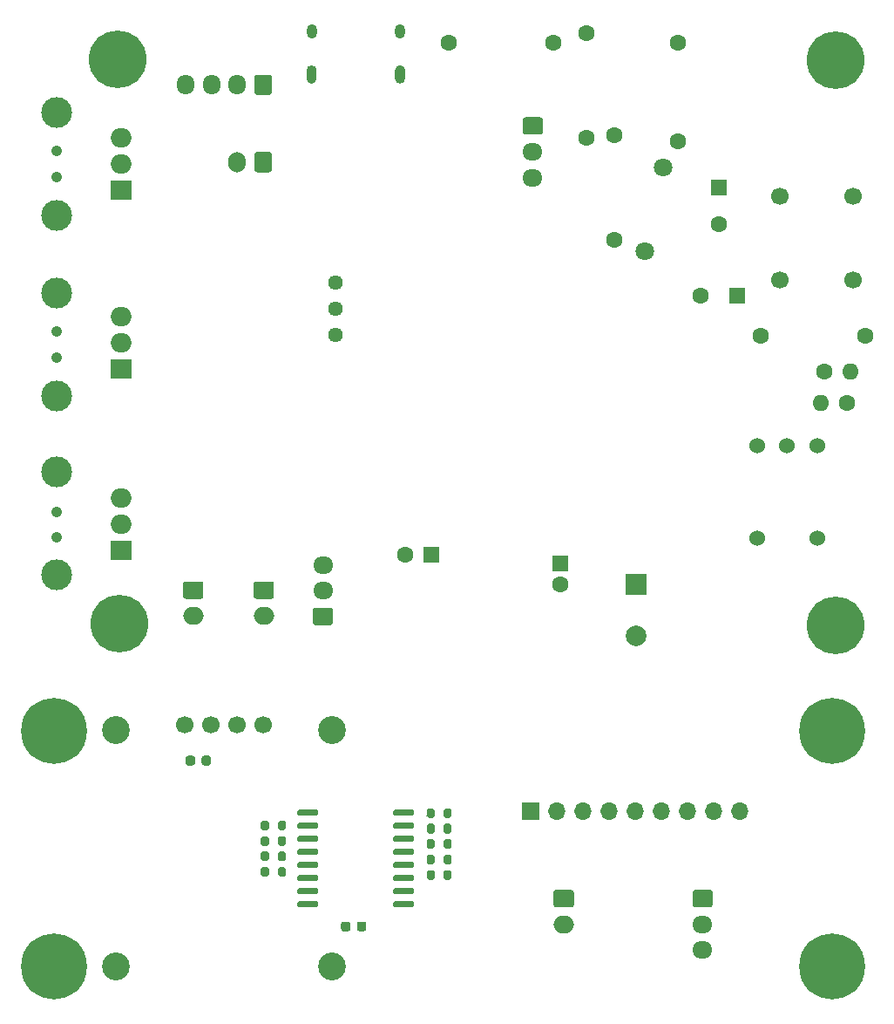
<source format=gbs>
G04 #@! TF.GenerationSoftware,KiCad,Pcbnew,(5.1.9-13-g2d491f9cbd)-1*
G04 #@! TF.CreationDate,2021-06-08T14:19:33+02:00*
G04 #@! TF.ProjectId,Load,4c6f6164-2e6b-4696-9361-645f70636258,rev?*
G04 #@! TF.SameCoordinates,Original*
G04 #@! TF.FileFunction,Soldermask,Bot*
G04 #@! TF.FilePolarity,Negative*
%FSLAX46Y46*%
G04 Gerber Fmt 4.6, Leading zero omitted, Abs format (unit mm)*
G04 Created by KiCad (PCBNEW (5.1.9-13-g2d491f9cbd)-1) date 2021-06-08 14:19:33*
%MOMM*%
%LPD*%
G01*
G04 APERTURE LIST*
%ADD10C,1.524000*%
%ADD11O,1.600000X1.600000*%
%ADD12C,1.600000*%
%ADD13O,2.000000X1.700000*%
%ADD14O,1.950000X1.700000*%
%ADD15O,1.700000X2.000000*%
%ADD16O,1.700000X1.950000*%
%ADD17C,1.800000*%
%ADD18C,1.440000*%
%ADD19O,2.000000X1.905000*%
%ADD20R,2.000000X1.905000*%
%ADD21O,1.700000X1.700000*%
%ADD22R,1.700000X1.700000*%
%ADD23C,6.400000*%
%ADD24R,1.600000X1.600000*%
%ADD25C,2.000000*%
%ADD26R,2.000000X2.000000*%
%ADD27C,1.050000*%
%ADD28C,1.700000*%
%ADD29C,3.000000*%
%ADD30O,1.000000X1.400000*%
%ADD31C,2.700000*%
%ADD32C,5.600000*%
G04 APERTURE END LIST*
D10*
X81197000Y-44718000D03*
X84118000Y-44718000D03*
X87039000Y-44718000D03*
X87039000Y-53713000D03*
X81197000Y-53713000D03*
D11*
X90297000Y-37463000D03*
D12*
X87757000Y-37463000D03*
D11*
X87376000Y-40563000D03*
D12*
X89916000Y-40563000D03*
X51238000Y-5563000D03*
X61398000Y-5563000D03*
G36*
G01*
X49893000Y-84588000D02*
X49893000Y-85138000D01*
G75*
G02*
X49693000Y-85338000I-200000J0D01*
G01*
X49293000Y-85338000D01*
G75*
G02*
X49093000Y-85138000I0J200000D01*
G01*
X49093000Y-84588000D01*
G75*
G02*
X49293000Y-84388000I200000J0D01*
G01*
X49693000Y-84388000D01*
G75*
G02*
X49893000Y-84588000I0J-200000D01*
G01*
G37*
G36*
G01*
X51543000Y-84588000D02*
X51543000Y-85138000D01*
G75*
G02*
X51343000Y-85338000I-200000J0D01*
G01*
X50943000Y-85338000D01*
G75*
G02*
X50743000Y-85138000I0J200000D01*
G01*
X50743000Y-84588000D01*
G75*
G02*
X50943000Y-84388000I200000J0D01*
G01*
X51343000Y-84388000D01*
G75*
G02*
X51543000Y-84588000I0J-200000D01*
G01*
G37*
G36*
G01*
X49893000Y-81588000D02*
X49893000Y-82138000D01*
G75*
G02*
X49693000Y-82338000I-200000J0D01*
G01*
X49293000Y-82338000D01*
G75*
G02*
X49093000Y-82138000I0J200000D01*
G01*
X49093000Y-81588000D01*
G75*
G02*
X49293000Y-81388000I200000J0D01*
G01*
X49693000Y-81388000D01*
G75*
G02*
X49893000Y-81588000I0J-200000D01*
G01*
G37*
G36*
G01*
X51543000Y-81588000D02*
X51543000Y-82138000D01*
G75*
G02*
X51343000Y-82338000I-200000J0D01*
G01*
X50943000Y-82338000D01*
G75*
G02*
X50743000Y-82138000I0J200000D01*
G01*
X50743000Y-81588000D01*
G75*
G02*
X50943000Y-81388000I200000J0D01*
G01*
X51343000Y-81388000D01*
G75*
G02*
X51543000Y-81588000I0J-200000D01*
G01*
G37*
G36*
G01*
X49893000Y-80088000D02*
X49893000Y-80638000D01*
G75*
G02*
X49693000Y-80838000I-200000J0D01*
G01*
X49293000Y-80838000D01*
G75*
G02*
X49093000Y-80638000I0J200000D01*
G01*
X49093000Y-80088000D01*
G75*
G02*
X49293000Y-79888000I200000J0D01*
G01*
X49693000Y-79888000D01*
G75*
G02*
X49893000Y-80088000I0J-200000D01*
G01*
G37*
G36*
G01*
X51543000Y-80088000D02*
X51543000Y-80638000D01*
G75*
G02*
X51343000Y-80838000I-200000J0D01*
G01*
X50943000Y-80838000D01*
G75*
G02*
X50743000Y-80638000I0J200000D01*
G01*
X50743000Y-80088000D01*
G75*
G02*
X50943000Y-79888000I200000J0D01*
G01*
X51343000Y-79888000D01*
G75*
G02*
X51543000Y-80088000I0J-200000D01*
G01*
G37*
G36*
G01*
X49893000Y-83088000D02*
X49893000Y-83638000D01*
G75*
G02*
X49693000Y-83838000I-200000J0D01*
G01*
X49293000Y-83838000D01*
G75*
G02*
X49093000Y-83638000I0J200000D01*
G01*
X49093000Y-83088000D01*
G75*
G02*
X49293000Y-82888000I200000J0D01*
G01*
X49693000Y-82888000D01*
G75*
G02*
X49893000Y-83088000I0J-200000D01*
G01*
G37*
G36*
G01*
X51543000Y-83088000D02*
X51543000Y-83638000D01*
G75*
G02*
X51343000Y-83838000I-200000J0D01*
G01*
X50943000Y-83838000D01*
G75*
G02*
X50743000Y-83638000I0J200000D01*
G01*
X50743000Y-83088000D01*
G75*
G02*
X50943000Y-82888000I200000J0D01*
G01*
X51343000Y-82888000D01*
G75*
G02*
X51543000Y-83088000I0J-200000D01*
G01*
G37*
G36*
G01*
X49893000Y-86088000D02*
X49893000Y-86638000D01*
G75*
G02*
X49693000Y-86838000I-200000J0D01*
G01*
X49293000Y-86838000D01*
G75*
G02*
X49093000Y-86638000I0J200000D01*
G01*
X49093000Y-86088000D01*
G75*
G02*
X49293000Y-85888000I200000J0D01*
G01*
X49693000Y-85888000D01*
G75*
G02*
X49893000Y-86088000I0J-200000D01*
G01*
G37*
G36*
G01*
X51543000Y-86088000D02*
X51543000Y-86638000D01*
G75*
G02*
X51343000Y-86838000I-200000J0D01*
G01*
X50943000Y-86838000D01*
G75*
G02*
X50743000Y-86638000I0J200000D01*
G01*
X50743000Y-86088000D01*
G75*
G02*
X50943000Y-85888000I200000J0D01*
G01*
X51343000Y-85888000D01*
G75*
G02*
X51543000Y-86088000I0J-200000D01*
G01*
G37*
D13*
X33274000Y-61213000D03*
G36*
G01*
X32524000Y-57863000D02*
X34024000Y-57863000D01*
G75*
G02*
X34274000Y-58113000I0J-250000D01*
G01*
X34274000Y-59313000D01*
G75*
G02*
X34024000Y-59563000I-250000J0D01*
G01*
X32524000Y-59563000D01*
G75*
G02*
X32274000Y-59313000I0J250000D01*
G01*
X32274000Y-58113000D01*
G75*
G02*
X32524000Y-57863000I250000J0D01*
G01*
G37*
G36*
G01*
X39743000Y-62113000D02*
X38293000Y-62113000D01*
G75*
G02*
X38043000Y-61863000I0J250000D01*
G01*
X38043000Y-60663000D01*
G75*
G02*
X38293000Y-60413000I250000J0D01*
G01*
X39743000Y-60413000D01*
G75*
G02*
X39993000Y-60663000I0J-250000D01*
G01*
X39993000Y-61863000D01*
G75*
G02*
X39743000Y-62113000I-250000J0D01*
G01*
G37*
D14*
X39018000Y-58763000D03*
X39018000Y-56263000D03*
D15*
X30718000Y-17163000D03*
G36*
G01*
X34068000Y-16413000D02*
X34068000Y-17913000D01*
G75*
G02*
X33818000Y-18163000I-250000J0D01*
G01*
X32618000Y-18163000D01*
G75*
G02*
X32368000Y-17913000I0J250000D01*
G01*
X32368000Y-16413000D01*
G75*
G02*
X32618000Y-16163000I250000J0D01*
G01*
X33818000Y-16163000D01*
G75*
G02*
X34068000Y-16413000I0J-250000D01*
G01*
G37*
D16*
X25718000Y-9663000D03*
X28218000Y-9663000D03*
X30718000Y-9663000D03*
G36*
G01*
X34068000Y-8938000D02*
X34068000Y-10388000D01*
G75*
G02*
X33818000Y-10638000I-250000J0D01*
G01*
X32618000Y-10638000D01*
G75*
G02*
X32368000Y-10388000I0J250000D01*
G01*
X32368000Y-8938000D01*
G75*
G02*
X32618000Y-8688000I250000J0D01*
G01*
X33818000Y-8688000D01*
G75*
G02*
X34068000Y-8938000I0J-250000D01*
G01*
G37*
G36*
G01*
X45843000Y-89358000D02*
X45843000Y-89058000D01*
G75*
G02*
X45993000Y-88908000I150000J0D01*
G01*
X47743000Y-88908000D01*
G75*
G02*
X47893000Y-89058000I0J-150000D01*
G01*
X47893000Y-89358000D01*
G75*
G02*
X47743000Y-89508000I-150000J0D01*
G01*
X45993000Y-89508000D01*
G75*
G02*
X45843000Y-89358000I0J150000D01*
G01*
G37*
G36*
G01*
X45843000Y-88088000D02*
X45843000Y-87788000D01*
G75*
G02*
X45993000Y-87638000I150000J0D01*
G01*
X47743000Y-87638000D01*
G75*
G02*
X47893000Y-87788000I0J-150000D01*
G01*
X47893000Y-88088000D01*
G75*
G02*
X47743000Y-88238000I-150000J0D01*
G01*
X45993000Y-88238000D01*
G75*
G02*
X45843000Y-88088000I0J150000D01*
G01*
G37*
G36*
G01*
X45843000Y-86818000D02*
X45843000Y-86518000D01*
G75*
G02*
X45993000Y-86368000I150000J0D01*
G01*
X47743000Y-86368000D01*
G75*
G02*
X47893000Y-86518000I0J-150000D01*
G01*
X47893000Y-86818000D01*
G75*
G02*
X47743000Y-86968000I-150000J0D01*
G01*
X45993000Y-86968000D01*
G75*
G02*
X45843000Y-86818000I0J150000D01*
G01*
G37*
G36*
G01*
X45843000Y-85548000D02*
X45843000Y-85248000D01*
G75*
G02*
X45993000Y-85098000I150000J0D01*
G01*
X47743000Y-85098000D01*
G75*
G02*
X47893000Y-85248000I0J-150000D01*
G01*
X47893000Y-85548000D01*
G75*
G02*
X47743000Y-85698000I-150000J0D01*
G01*
X45993000Y-85698000D01*
G75*
G02*
X45843000Y-85548000I0J150000D01*
G01*
G37*
G36*
G01*
X45843000Y-84278000D02*
X45843000Y-83978000D01*
G75*
G02*
X45993000Y-83828000I150000J0D01*
G01*
X47743000Y-83828000D01*
G75*
G02*
X47893000Y-83978000I0J-150000D01*
G01*
X47893000Y-84278000D01*
G75*
G02*
X47743000Y-84428000I-150000J0D01*
G01*
X45993000Y-84428000D01*
G75*
G02*
X45843000Y-84278000I0J150000D01*
G01*
G37*
G36*
G01*
X45843000Y-83008000D02*
X45843000Y-82708000D01*
G75*
G02*
X45993000Y-82558000I150000J0D01*
G01*
X47743000Y-82558000D01*
G75*
G02*
X47893000Y-82708000I0J-150000D01*
G01*
X47893000Y-83008000D01*
G75*
G02*
X47743000Y-83158000I-150000J0D01*
G01*
X45993000Y-83158000D01*
G75*
G02*
X45843000Y-83008000I0J150000D01*
G01*
G37*
G36*
G01*
X45843000Y-81738000D02*
X45843000Y-81438000D01*
G75*
G02*
X45993000Y-81288000I150000J0D01*
G01*
X47743000Y-81288000D01*
G75*
G02*
X47893000Y-81438000I0J-150000D01*
G01*
X47893000Y-81738000D01*
G75*
G02*
X47743000Y-81888000I-150000J0D01*
G01*
X45993000Y-81888000D01*
G75*
G02*
X45843000Y-81738000I0J150000D01*
G01*
G37*
G36*
G01*
X45843000Y-80468000D02*
X45843000Y-80168000D01*
G75*
G02*
X45993000Y-80018000I150000J0D01*
G01*
X47743000Y-80018000D01*
G75*
G02*
X47893000Y-80168000I0J-150000D01*
G01*
X47893000Y-80468000D01*
G75*
G02*
X47743000Y-80618000I-150000J0D01*
G01*
X45993000Y-80618000D01*
G75*
G02*
X45843000Y-80468000I0J150000D01*
G01*
G37*
G36*
G01*
X36543000Y-80468000D02*
X36543000Y-80168000D01*
G75*
G02*
X36693000Y-80018000I150000J0D01*
G01*
X38443000Y-80018000D01*
G75*
G02*
X38593000Y-80168000I0J-150000D01*
G01*
X38593000Y-80468000D01*
G75*
G02*
X38443000Y-80618000I-150000J0D01*
G01*
X36693000Y-80618000D01*
G75*
G02*
X36543000Y-80468000I0J150000D01*
G01*
G37*
G36*
G01*
X36543000Y-81738000D02*
X36543000Y-81438000D01*
G75*
G02*
X36693000Y-81288000I150000J0D01*
G01*
X38443000Y-81288000D01*
G75*
G02*
X38593000Y-81438000I0J-150000D01*
G01*
X38593000Y-81738000D01*
G75*
G02*
X38443000Y-81888000I-150000J0D01*
G01*
X36693000Y-81888000D01*
G75*
G02*
X36543000Y-81738000I0J150000D01*
G01*
G37*
G36*
G01*
X36543000Y-83008000D02*
X36543000Y-82708000D01*
G75*
G02*
X36693000Y-82558000I150000J0D01*
G01*
X38443000Y-82558000D01*
G75*
G02*
X38593000Y-82708000I0J-150000D01*
G01*
X38593000Y-83008000D01*
G75*
G02*
X38443000Y-83158000I-150000J0D01*
G01*
X36693000Y-83158000D01*
G75*
G02*
X36543000Y-83008000I0J150000D01*
G01*
G37*
G36*
G01*
X36543000Y-84278000D02*
X36543000Y-83978000D01*
G75*
G02*
X36693000Y-83828000I150000J0D01*
G01*
X38443000Y-83828000D01*
G75*
G02*
X38593000Y-83978000I0J-150000D01*
G01*
X38593000Y-84278000D01*
G75*
G02*
X38443000Y-84428000I-150000J0D01*
G01*
X36693000Y-84428000D01*
G75*
G02*
X36543000Y-84278000I0J150000D01*
G01*
G37*
G36*
G01*
X36543000Y-85548000D02*
X36543000Y-85248000D01*
G75*
G02*
X36693000Y-85098000I150000J0D01*
G01*
X38443000Y-85098000D01*
G75*
G02*
X38593000Y-85248000I0J-150000D01*
G01*
X38593000Y-85548000D01*
G75*
G02*
X38443000Y-85698000I-150000J0D01*
G01*
X36693000Y-85698000D01*
G75*
G02*
X36543000Y-85548000I0J150000D01*
G01*
G37*
G36*
G01*
X36543000Y-86818000D02*
X36543000Y-86518000D01*
G75*
G02*
X36693000Y-86368000I150000J0D01*
G01*
X38443000Y-86368000D01*
G75*
G02*
X38593000Y-86518000I0J-150000D01*
G01*
X38593000Y-86818000D01*
G75*
G02*
X38443000Y-86968000I-150000J0D01*
G01*
X36693000Y-86968000D01*
G75*
G02*
X36543000Y-86818000I0J150000D01*
G01*
G37*
G36*
G01*
X36543000Y-88088000D02*
X36543000Y-87788000D01*
G75*
G02*
X36693000Y-87638000I150000J0D01*
G01*
X38443000Y-87638000D01*
G75*
G02*
X38593000Y-87788000I0J-150000D01*
G01*
X38593000Y-88088000D01*
G75*
G02*
X38443000Y-88238000I-150000J0D01*
G01*
X36693000Y-88238000D01*
G75*
G02*
X36543000Y-88088000I0J150000D01*
G01*
G37*
G36*
G01*
X36543000Y-89358000D02*
X36543000Y-89058000D01*
G75*
G02*
X36693000Y-88908000I150000J0D01*
G01*
X38443000Y-88908000D01*
G75*
G02*
X38593000Y-89058000I0J-150000D01*
G01*
X38593000Y-89358000D01*
G75*
G02*
X38443000Y-89508000I-150000J0D01*
G01*
X36693000Y-89508000D01*
G75*
G02*
X36543000Y-89358000I0J150000D01*
G01*
G37*
D17*
X70329000Y-25827000D03*
X72107000Y-17699000D03*
D18*
X40268000Y-28883000D03*
X40268000Y-31423000D03*
X40268000Y-33963000D03*
D19*
X19418000Y-14783000D03*
X19418000Y-17323000D03*
D20*
X19418000Y-19863000D03*
D19*
X19418000Y-49783000D03*
X19418000Y-52323000D03*
D20*
X19418000Y-54863000D03*
D13*
X26416000Y-61213000D03*
G36*
G01*
X25666000Y-57863000D02*
X27166000Y-57863000D01*
G75*
G02*
X27416000Y-58113000I0J-250000D01*
G01*
X27416000Y-59313000D01*
G75*
G02*
X27166000Y-59563000I-250000J0D01*
G01*
X25666000Y-59563000D01*
G75*
G02*
X25416000Y-59313000I0J250000D01*
G01*
X25416000Y-58113000D01*
G75*
G02*
X25666000Y-57863000I250000J0D01*
G01*
G37*
D21*
X79538000Y-80163000D03*
X76998000Y-80163000D03*
X74458000Y-80163000D03*
X71918000Y-80163000D03*
X69378000Y-80163000D03*
X66838000Y-80163000D03*
X64298000Y-80163000D03*
X61758000Y-80163000D03*
D22*
X59218000Y-80163000D03*
G36*
G01*
X75193000Y-87813000D02*
X76643000Y-87813000D01*
G75*
G02*
X76893000Y-88063000I0J-250000D01*
G01*
X76893000Y-89263000D01*
G75*
G02*
X76643000Y-89513000I-250000J0D01*
G01*
X75193000Y-89513000D01*
G75*
G02*
X74943000Y-89263000I0J250000D01*
G01*
X74943000Y-88063000D01*
G75*
G02*
X75193000Y-87813000I250000J0D01*
G01*
G37*
D14*
X75918000Y-91163000D03*
X75918000Y-93663000D03*
D23*
X88518000Y-95263000D03*
X88518000Y-72363000D03*
X12918000Y-95263000D03*
X12918000Y-72363000D03*
D12*
X62103000Y-58134000D03*
D24*
X62103000Y-56134000D03*
D25*
X69469000Y-63163000D03*
D26*
X69469000Y-58163000D03*
D12*
X91698000Y-34063000D03*
X81538000Y-34063000D03*
X75748000Y-30099000D03*
D24*
X79248000Y-30099000D03*
D12*
X77518000Y-23163000D03*
D24*
X77518000Y-19663000D03*
D12*
X73518000Y-15112800D03*
X73518000Y-5613200D03*
X67318000Y-14583000D03*
X67318000Y-24743000D03*
X64618000Y-4683000D03*
X64618000Y-14843000D03*
G36*
G01*
X27243000Y-75513000D02*
X27243000Y-75013000D01*
G75*
G02*
X27468000Y-74788000I225000J0D01*
G01*
X27918000Y-74788000D01*
G75*
G02*
X28143000Y-75013000I0J-225000D01*
G01*
X28143000Y-75513000D01*
G75*
G02*
X27918000Y-75738000I-225000J0D01*
G01*
X27468000Y-75738000D01*
G75*
G02*
X27243000Y-75513000I0J225000D01*
G01*
G37*
G36*
G01*
X25693000Y-75513000D02*
X25693000Y-75013000D01*
G75*
G02*
X25918000Y-74788000I225000J0D01*
G01*
X26368000Y-74788000D01*
G75*
G02*
X26593000Y-75013000I0J-225000D01*
G01*
X26593000Y-75513000D01*
G75*
G02*
X26368000Y-75738000I-225000J0D01*
G01*
X25918000Y-75738000D01*
G75*
G02*
X25693000Y-75513000I0J225000D01*
G01*
G37*
G36*
G01*
X42343000Y-91613000D02*
X42343000Y-91113000D01*
G75*
G02*
X42568000Y-90888000I225000J0D01*
G01*
X43018000Y-90888000D01*
G75*
G02*
X43243000Y-91113000I0J-225000D01*
G01*
X43243000Y-91613000D01*
G75*
G02*
X43018000Y-91838000I-225000J0D01*
G01*
X42568000Y-91838000D01*
G75*
G02*
X42343000Y-91613000I0J225000D01*
G01*
G37*
G36*
G01*
X40793000Y-91613000D02*
X40793000Y-91113000D01*
G75*
G02*
X41018000Y-90888000I225000J0D01*
G01*
X41468000Y-90888000D01*
G75*
G02*
X41693000Y-91113000I0J-225000D01*
G01*
X41693000Y-91613000D01*
G75*
G02*
X41468000Y-91838000I-225000J0D01*
G01*
X41018000Y-91838000D01*
G75*
G02*
X40793000Y-91613000I0J225000D01*
G01*
G37*
X47030000Y-55245000D03*
D24*
X49530000Y-55245000D03*
D27*
X13118000Y-18613000D03*
X13118000Y-16113000D03*
X13118000Y-36113000D03*
X13118000Y-33613000D03*
X13118000Y-53613000D03*
X13118000Y-51113000D03*
G36*
G01*
X34643000Y-81838000D02*
X34643000Y-81288000D01*
G75*
G02*
X34843000Y-81088000I200000J0D01*
G01*
X35243000Y-81088000D01*
G75*
G02*
X35443000Y-81288000I0J-200000D01*
G01*
X35443000Y-81838000D01*
G75*
G02*
X35243000Y-82038000I-200000J0D01*
G01*
X34843000Y-82038000D01*
G75*
G02*
X34643000Y-81838000I0J200000D01*
G01*
G37*
G36*
G01*
X32993000Y-81838000D02*
X32993000Y-81288000D01*
G75*
G02*
X33193000Y-81088000I200000J0D01*
G01*
X33593000Y-81088000D01*
G75*
G02*
X33793000Y-81288000I0J-200000D01*
G01*
X33793000Y-81838000D01*
G75*
G02*
X33593000Y-82038000I-200000J0D01*
G01*
X33193000Y-82038000D01*
G75*
G02*
X32993000Y-81838000I0J200000D01*
G01*
G37*
D19*
X19418000Y-32183000D03*
X19418000Y-34723000D03*
D20*
X19418000Y-37263000D03*
D28*
X90574000Y-28627000D03*
X90574000Y-20499000D03*
X83462000Y-20499000D03*
X83462000Y-28627000D03*
G36*
G01*
X58693000Y-12813000D02*
X60143000Y-12813000D01*
G75*
G02*
X60393000Y-13063000I0J-250000D01*
G01*
X60393000Y-14263000D01*
G75*
G02*
X60143000Y-14513000I-250000J0D01*
G01*
X58693000Y-14513000D01*
G75*
G02*
X58443000Y-14263000I0J250000D01*
G01*
X58443000Y-13063000D01*
G75*
G02*
X58693000Y-12813000I250000J0D01*
G01*
G37*
D14*
X59418000Y-16163000D03*
X59418000Y-18663000D03*
D13*
X62418000Y-91163000D03*
G36*
G01*
X61668000Y-87813000D02*
X63168000Y-87813000D01*
G75*
G02*
X63418000Y-88063000I0J-250000D01*
G01*
X63418000Y-89263000D01*
G75*
G02*
X63168000Y-89513000I-250000J0D01*
G01*
X61668000Y-89513000D01*
G75*
G02*
X61418000Y-89263000I0J250000D01*
G01*
X61418000Y-88063000D01*
G75*
G02*
X61668000Y-87813000I250000J0D01*
G01*
G37*
D29*
X13118000Y-12359200D03*
X13118000Y-22366800D03*
G36*
G01*
X34643000Y-83338000D02*
X34643000Y-82788000D01*
G75*
G02*
X34843000Y-82588000I200000J0D01*
G01*
X35243000Y-82588000D01*
G75*
G02*
X35443000Y-82788000I0J-200000D01*
G01*
X35443000Y-83338000D01*
G75*
G02*
X35243000Y-83538000I-200000J0D01*
G01*
X34843000Y-83538000D01*
G75*
G02*
X34643000Y-83338000I0J200000D01*
G01*
G37*
G36*
G01*
X32993000Y-83338000D02*
X32993000Y-82788000D01*
G75*
G02*
X33193000Y-82588000I200000J0D01*
G01*
X33593000Y-82588000D01*
G75*
G02*
X33793000Y-82788000I0J-200000D01*
G01*
X33793000Y-83338000D01*
G75*
G02*
X33593000Y-83538000I-200000J0D01*
G01*
X33193000Y-83538000D01*
G75*
G02*
X32993000Y-83338000I0J200000D01*
G01*
G37*
G36*
G01*
X34643000Y-84838000D02*
X34643000Y-84288000D01*
G75*
G02*
X34843000Y-84088000I200000J0D01*
G01*
X35243000Y-84088000D01*
G75*
G02*
X35443000Y-84288000I0J-200000D01*
G01*
X35443000Y-84838000D01*
G75*
G02*
X35243000Y-85038000I-200000J0D01*
G01*
X34843000Y-85038000D01*
G75*
G02*
X34643000Y-84838000I0J200000D01*
G01*
G37*
G36*
G01*
X32993000Y-84838000D02*
X32993000Y-84288000D01*
G75*
G02*
X33193000Y-84088000I200000J0D01*
G01*
X33593000Y-84088000D01*
G75*
G02*
X33793000Y-84288000I0J-200000D01*
G01*
X33793000Y-84838000D01*
G75*
G02*
X33593000Y-85038000I-200000J0D01*
G01*
X33193000Y-85038000D01*
G75*
G02*
X32993000Y-84838000I0J200000D01*
G01*
G37*
G36*
G01*
X34643000Y-86338000D02*
X34643000Y-85788000D01*
G75*
G02*
X34843000Y-85588000I200000J0D01*
G01*
X35243000Y-85588000D01*
G75*
G02*
X35443000Y-85788000I0J-200000D01*
G01*
X35443000Y-86338000D01*
G75*
G02*
X35243000Y-86538000I-200000J0D01*
G01*
X34843000Y-86538000D01*
G75*
G02*
X34643000Y-86338000I0J200000D01*
G01*
G37*
G36*
G01*
X32993000Y-86338000D02*
X32993000Y-85788000D01*
G75*
G02*
X33193000Y-85588000I200000J0D01*
G01*
X33593000Y-85588000D01*
G75*
G02*
X33793000Y-85788000I0J-200000D01*
G01*
X33793000Y-86338000D01*
G75*
G02*
X33593000Y-86538000I-200000J0D01*
G01*
X33193000Y-86538000D01*
G75*
G02*
X32993000Y-86338000I0J200000D01*
G01*
G37*
D30*
X46518000Y-4463000D03*
G36*
G01*
X47018000Y-8263000D02*
X47018000Y-9063000D01*
G75*
G02*
X46518000Y-9563000I-500000J0D01*
G01*
X46518000Y-9563000D01*
G75*
G02*
X46018000Y-9063000I0J500000D01*
G01*
X46018000Y-8263000D01*
G75*
G02*
X46518000Y-7763000I500000J0D01*
G01*
X46518000Y-7763000D01*
G75*
G02*
X47018000Y-8263000I0J-500000D01*
G01*
G37*
X37918000Y-4463000D03*
G36*
G01*
X38418000Y-8263000D02*
X38418000Y-9063000D01*
G75*
G02*
X37918000Y-9563000I-500000J0D01*
G01*
X37918000Y-9563000D01*
G75*
G02*
X37418000Y-9063000I0J500000D01*
G01*
X37418000Y-8263000D01*
G75*
G02*
X37918000Y-7763000I500000J0D01*
G01*
X37918000Y-7763000D01*
G75*
G02*
X38418000Y-8263000I0J-500000D01*
G01*
G37*
D31*
X18918000Y-95263000D03*
X39918000Y-95263000D03*
X39918000Y-72263000D03*
D28*
X33240700Y-71786900D03*
X30700700Y-71786900D03*
X28160700Y-71786900D03*
X25620700Y-71786900D03*
D31*
X18918000Y-72263000D03*
D32*
X19118000Y-7163000D03*
X19218000Y-61963000D03*
X88818000Y-7263000D03*
X88818000Y-62163000D03*
D29*
X13118000Y-29859200D03*
X13118000Y-39866800D03*
X13118000Y-47259200D03*
X13118000Y-57266800D03*
M02*

</source>
